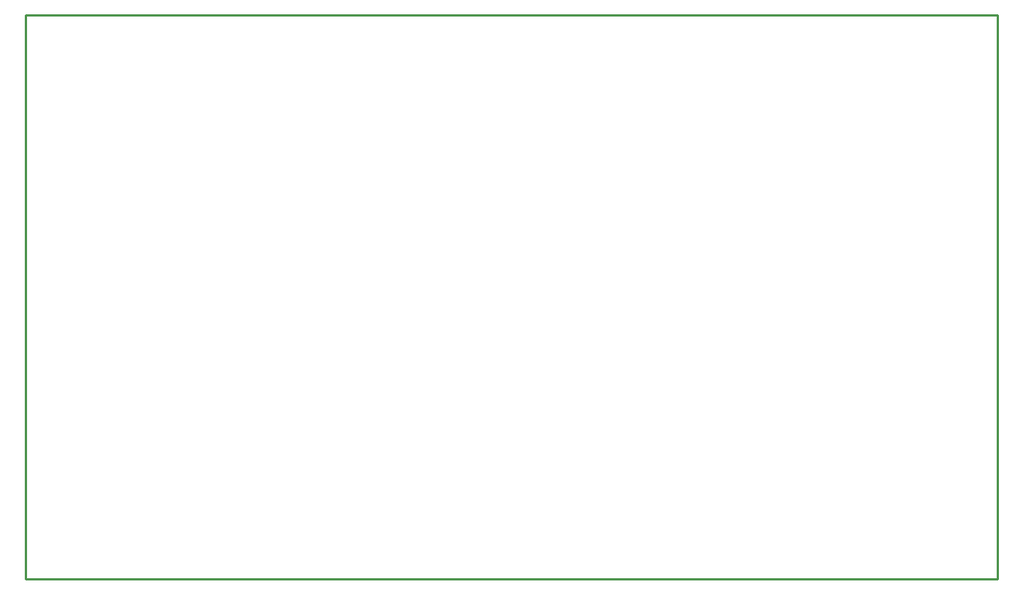
<source format=gbr>
%TF.GenerationSoftware,Altium Limited,Altium Designer,19.1.8 (144)*%
G04 Layer_Color=16711935*
%FSLAX26Y26*%
%MOIN*%
%TF.FileFunction,Other,Mechanical_1*%
%TF.Part,Single*%
G01*
G75*
%TA.AperFunction,NonConductor*%
%ADD35C,0.010000*%
D35*
X0Y0D02*
X4311024D01*
Y2500000D01*
X0D02*
X4311024D01*
X0Y0D02*
Y2500000D01*
%TF.MD5,6b25084de4997c98aae897a858fdf284*%
M02*

</source>
